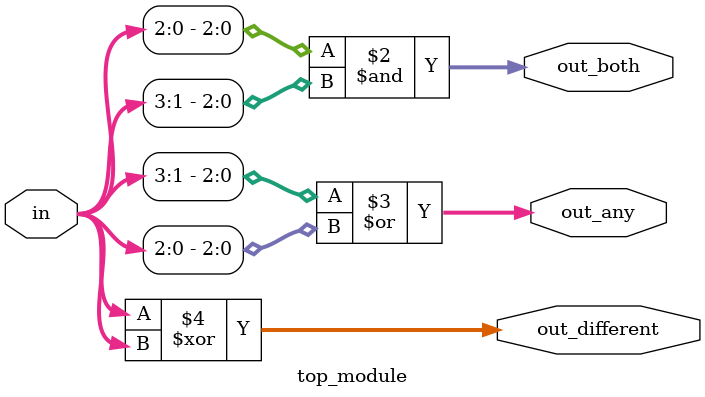
<source format=sv>
module top_module (
  input [3:0] in,
  output reg [2:0] out_both,
  output reg [3:1] out_any,
  output reg [3:0] out_different
);

  always@(in) begin
    out_both = in[2:0] & in[3:1];
    out_any = in[3:1] | in[2:0];
    out_different = in ^ {in[3:1], in[0]};
  end

endmodule

</source>
